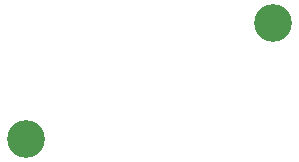
<source format=gbr>
%TF.GenerationSoftware,KiCad,Pcbnew,8.0.2-8.0.2-0~ubuntu22.04.1*%
%TF.CreationDate,2024-06-21T12:27:00+02:00*%
%TF.ProjectId,PT4115-Miniboard,50543431-3135-42d4-9d69-6e69626f6172,rev?*%
%TF.SameCoordinates,Original*%
%TF.FileFunction,Soldermask,Bot*%
%TF.FilePolarity,Negative*%
%FSLAX46Y46*%
G04 Gerber Fmt 4.6, Leading zero omitted, Abs format (unit mm)*
G04 Created by KiCad (PCBNEW 8.0.2-8.0.2-0~ubuntu22.04.1) date 2024-06-21 12:27:00*
%MOMM*%
%LPD*%
G01*
G04 APERTURE LIST*
%ADD10C,3.200000*%
G04 APERTURE END LIST*
D10*
%TO.C,H2*%
X154750000Y-103250000D03*
%TD*%
%TO.C,H1*%
X133850000Y-113100000D03*
%TD*%
M02*

</source>
